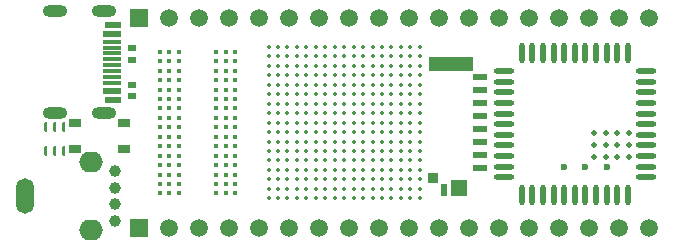
<source format=gts>
G04*
G04 #@! TF.GenerationSoftware,Altium Limited,Altium Designer,20.2.6 (244)*
G04*
G04 Layer_Color=8388736*
%FSLAX25Y25*%
%MOIN*%
G70*
G04*
G04 #@! TF.SameCoordinates,16F8584A-9F4C-4420-89FF-FEA793B533B6*
G04*
G04*
G04 #@! TF.FilePolarity,Negative*
G04*
G01*
G75*
%ADD14R,0.05706X0.02362*%
%ADD15R,0.05906X0.02362*%
%ADD16R,0.05906X0.01181*%
%ADD17C,0.01378*%
%ADD20C,0.02362*%
%ADD21O,0.01968X0.06890*%
%ADD22O,0.06890X0.01968*%
%ADD23R,0.02756X0.02362*%
%ADD24C,0.01614*%
G04:AMPARAMS|DCode=25|XSize=33.47mil|YSize=10mil|CornerRadius=2.5mil|HoleSize=0mil|Usage=FLASHONLY|Rotation=90.000|XOffset=0mil|YOffset=0mil|HoleType=Round|Shape=RoundedRectangle|*
%AMROUNDEDRECTD25*
21,1,0.03347,0.00500,0,0,90.0*
21,1,0.02847,0.01000,0,0,90.0*
1,1,0.00500,0.00250,0.01423*
1,1,0.00500,0.00250,-0.01423*
1,1,0.00500,-0.00250,-0.01423*
1,1,0.00500,-0.00250,0.01423*
%
%ADD25ROUNDEDRECTD25*%
%ADD26O,0.01000X0.03347*%
%ADD27R,0.04134X0.02559*%
%ADD28R,0.04921X0.02362*%
%ADD29R,0.14921X0.04724*%
%ADD30R,0.05512X0.05709*%
%ADD31R,0.02362X0.03937*%
%ADD32R,0.03347X0.03740*%
%ADD33O,0.08268X0.03937*%
%ADD34C,0.05906*%
%ADD35R,0.05906X0.05906*%
%ADD36O,0.05906X0.11811*%
%ADD37C,0.03937*%
%ADD38O,0.07874X0.06890*%
%ADD39C,0.01968*%
D14*
X438807Y350398D02*
D03*
Y325202D02*
D03*
D15*
X438707Y347249D02*
D03*
Y328351D02*
D03*
D16*
Y330910D02*
D03*
Y332879D02*
D03*
Y334847D02*
D03*
Y336816D02*
D03*
Y338784D02*
D03*
Y340753D02*
D03*
Y342721D02*
D03*
Y344690D02*
D03*
D17*
X506551Y305102D02*
D03*
X534898Y298802D02*
D03*
X531748D02*
D03*
X490803Y342897D02*
D03*
X493953D02*
D03*
X497102D02*
D03*
X500252D02*
D03*
X503402D02*
D03*
X506551D02*
D03*
X509701D02*
D03*
X512850D02*
D03*
X516000D02*
D03*
X519150D02*
D03*
X522299D02*
D03*
X525449D02*
D03*
X528598D02*
D03*
X531748D02*
D03*
X534898D02*
D03*
X538047D02*
D03*
X541197D02*
D03*
X490803Y339747D02*
D03*
X493953D02*
D03*
X497102D02*
D03*
X500252D02*
D03*
X503402D02*
D03*
X506551D02*
D03*
X509701D02*
D03*
X512850D02*
D03*
X516000D02*
D03*
X519150D02*
D03*
X522299D02*
D03*
X525449D02*
D03*
X528598D02*
D03*
X531748D02*
D03*
X534898D02*
D03*
X538047D02*
D03*
X541197D02*
D03*
X490803Y336598D02*
D03*
X493953D02*
D03*
X497102D02*
D03*
X500252D02*
D03*
X503402D02*
D03*
X506551D02*
D03*
X509701D02*
D03*
X512850D02*
D03*
X516000D02*
D03*
X519150D02*
D03*
X522299D02*
D03*
X525449D02*
D03*
X528598D02*
D03*
X531748D02*
D03*
X534898D02*
D03*
X538047D02*
D03*
X541197D02*
D03*
X490803Y333448D02*
D03*
X493953D02*
D03*
X497102D02*
D03*
X500252D02*
D03*
X503402D02*
D03*
X506551D02*
D03*
X509701D02*
D03*
X512850D02*
D03*
X516000D02*
D03*
X519150D02*
D03*
X522299D02*
D03*
X525449D02*
D03*
X528598D02*
D03*
X531748D02*
D03*
X534898D02*
D03*
X538047D02*
D03*
X541197D02*
D03*
X490803Y330298D02*
D03*
X493953D02*
D03*
X497102D02*
D03*
X500252D02*
D03*
X503402D02*
D03*
X506551D02*
D03*
X509701D02*
D03*
X512850D02*
D03*
X516000D02*
D03*
X519150D02*
D03*
X522299D02*
D03*
X525449D02*
D03*
X528598D02*
D03*
X531748D02*
D03*
X534898D02*
D03*
X538047D02*
D03*
X541197D02*
D03*
X490803Y327149D02*
D03*
X493953D02*
D03*
X497102D02*
D03*
X500252D02*
D03*
X503402D02*
D03*
X506551D02*
D03*
X509701D02*
D03*
X512850D02*
D03*
X516000D02*
D03*
X519150D02*
D03*
X522299D02*
D03*
X525449D02*
D03*
X528598D02*
D03*
X531748D02*
D03*
X534898D02*
D03*
X538047D02*
D03*
X541197D02*
D03*
X490803Y323999D02*
D03*
X493953D02*
D03*
X497102D02*
D03*
X500252D02*
D03*
X503402D02*
D03*
X506551D02*
D03*
X509701D02*
D03*
X512850D02*
D03*
X516000D02*
D03*
X519150D02*
D03*
X522299D02*
D03*
X525449D02*
D03*
X528598D02*
D03*
X531748D02*
D03*
X534898D02*
D03*
X538047D02*
D03*
X541197D02*
D03*
X490803Y320850D02*
D03*
X493953D02*
D03*
X497102D02*
D03*
X500252D02*
D03*
X503402D02*
D03*
X506551D02*
D03*
X509701D02*
D03*
X512850D02*
D03*
X516000D02*
D03*
X519150D02*
D03*
X522299D02*
D03*
X525449D02*
D03*
X528598D02*
D03*
X531748D02*
D03*
X534898D02*
D03*
X538047D02*
D03*
X541197D02*
D03*
X490803Y317700D02*
D03*
X493953D02*
D03*
X497102D02*
D03*
X500252D02*
D03*
X503402D02*
D03*
X506551D02*
D03*
X509701D02*
D03*
X512850D02*
D03*
X516000D02*
D03*
X519150D02*
D03*
X522299D02*
D03*
X525449D02*
D03*
X528598D02*
D03*
X531748D02*
D03*
X534898D02*
D03*
X538047D02*
D03*
X541197D02*
D03*
X490803Y314550D02*
D03*
X493953D02*
D03*
X497102D02*
D03*
X500252D02*
D03*
X503402D02*
D03*
X506551D02*
D03*
X509701D02*
D03*
X512850D02*
D03*
X516000D02*
D03*
X519150D02*
D03*
X522299D02*
D03*
X525449D02*
D03*
X528598D02*
D03*
X531748D02*
D03*
X534898D02*
D03*
X538047D02*
D03*
X541197D02*
D03*
X490803Y311401D02*
D03*
X493953D02*
D03*
X497102D02*
D03*
X500252D02*
D03*
X503402D02*
D03*
X506551D02*
D03*
X509701D02*
D03*
X512850D02*
D03*
X516000D02*
D03*
X519150D02*
D03*
X522299D02*
D03*
X525449D02*
D03*
X528598D02*
D03*
X531748D02*
D03*
X534898D02*
D03*
X538047D02*
D03*
X541197D02*
D03*
X490803Y308251D02*
D03*
X493953D02*
D03*
X497102D02*
D03*
X500252D02*
D03*
X503402D02*
D03*
X506551D02*
D03*
X509701D02*
D03*
X512850D02*
D03*
X516000D02*
D03*
X519150D02*
D03*
X522299D02*
D03*
X525449D02*
D03*
X528598D02*
D03*
X531748D02*
D03*
X534898D02*
D03*
X538047D02*
D03*
X541197D02*
D03*
X490803Y305102D02*
D03*
X493953D02*
D03*
X497102D02*
D03*
X500252D02*
D03*
X503402D02*
D03*
X509701D02*
D03*
X512850D02*
D03*
X516000D02*
D03*
X519150D02*
D03*
X522299D02*
D03*
X525449D02*
D03*
X528598D02*
D03*
X531748D02*
D03*
X534898D02*
D03*
X538047D02*
D03*
X541197D02*
D03*
X490803Y301952D02*
D03*
X493953D02*
D03*
X497102D02*
D03*
X500252D02*
D03*
X503402D02*
D03*
X506551D02*
D03*
X509701D02*
D03*
X512850D02*
D03*
X516000D02*
D03*
X519150D02*
D03*
X522299D02*
D03*
X525449D02*
D03*
X528598D02*
D03*
X531748D02*
D03*
X534898D02*
D03*
X538047D02*
D03*
X541197D02*
D03*
X490803Y298802D02*
D03*
X493953D02*
D03*
X497102D02*
D03*
X500252D02*
D03*
X503402D02*
D03*
X506551D02*
D03*
X509701D02*
D03*
X512850D02*
D03*
X516000D02*
D03*
X519150D02*
D03*
X522299D02*
D03*
X525449D02*
D03*
X528598D02*
D03*
X538047D02*
D03*
X541197D02*
D03*
X490803Y295653D02*
D03*
X493953D02*
D03*
X497102D02*
D03*
X500252D02*
D03*
X503402D02*
D03*
X506551D02*
D03*
X509701D02*
D03*
X512850D02*
D03*
X516000D02*
D03*
X519150D02*
D03*
X522299D02*
D03*
X525449D02*
D03*
X528598D02*
D03*
X531748D02*
D03*
X534898D02*
D03*
X538047D02*
D03*
X541197D02*
D03*
X490803Y292503D02*
D03*
X493953D02*
D03*
X497102D02*
D03*
X500252D02*
D03*
X503402D02*
D03*
X506551D02*
D03*
X509701D02*
D03*
X512850D02*
D03*
X516000D02*
D03*
X519150D02*
D03*
X522299D02*
D03*
X525449D02*
D03*
X528598D02*
D03*
X531748D02*
D03*
X534898D02*
D03*
X538047D02*
D03*
X541197D02*
D03*
D20*
X589357Y303027D02*
D03*
X596443D02*
D03*
X603530D02*
D03*
D21*
X610616Y293578D02*
D03*
X607073D02*
D03*
X603530D02*
D03*
X599987D02*
D03*
X596443D02*
D03*
X592900D02*
D03*
X589357D02*
D03*
X585813D02*
D03*
X582270D02*
D03*
X578727D02*
D03*
X575183D02*
D03*
Y340822D02*
D03*
X578727D02*
D03*
X582270D02*
D03*
X585813D02*
D03*
X589357D02*
D03*
X592900D02*
D03*
X596443D02*
D03*
X599987D02*
D03*
X603530D02*
D03*
X607073D02*
D03*
X610616D02*
D03*
D22*
X569278Y299483D02*
D03*
Y303027D02*
D03*
Y306570D02*
D03*
Y310113D02*
D03*
Y313657D02*
D03*
Y317200D02*
D03*
Y320743D02*
D03*
Y324287D02*
D03*
Y327830D02*
D03*
Y331373D02*
D03*
Y334916D02*
D03*
X616522D02*
D03*
Y331373D02*
D03*
Y327830D02*
D03*
Y324287D02*
D03*
Y320743D02*
D03*
Y317200D02*
D03*
Y313657D02*
D03*
Y310113D02*
D03*
Y306570D02*
D03*
Y303027D02*
D03*
Y299483D02*
D03*
D23*
X445300Y338732D02*
D03*
Y342669D02*
D03*
Y326431D02*
D03*
Y330368D02*
D03*
D24*
X454502Y341322D02*
D03*
X457651D02*
D03*
X460801D02*
D03*
X473399D02*
D03*
X476549D02*
D03*
X479698D02*
D03*
X454502Y338172D02*
D03*
X457651D02*
D03*
X460801D02*
D03*
X473399D02*
D03*
X476549D02*
D03*
X479698D02*
D03*
X454502Y335023D02*
D03*
X457651D02*
D03*
X460801D02*
D03*
X473399D02*
D03*
X476549D02*
D03*
X479698D02*
D03*
X454502Y331873D02*
D03*
X457651D02*
D03*
X460801D02*
D03*
X473399D02*
D03*
X476549D02*
D03*
X479698D02*
D03*
X454502Y328724D02*
D03*
X457651D02*
D03*
X460801D02*
D03*
X473399D02*
D03*
X476549D02*
D03*
X479698D02*
D03*
X454502Y325574D02*
D03*
X457651D02*
D03*
X460801D02*
D03*
X473399D02*
D03*
X476549D02*
D03*
X479698D02*
D03*
X454502Y322424D02*
D03*
X457651D02*
D03*
X460801D02*
D03*
X473399D02*
D03*
X476549D02*
D03*
X479698D02*
D03*
X454502Y319275D02*
D03*
X457651D02*
D03*
X460801D02*
D03*
X473399D02*
D03*
X476549D02*
D03*
X479698D02*
D03*
X454502Y316125D02*
D03*
X457651D02*
D03*
X460801D02*
D03*
X473399D02*
D03*
X476549D02*
D03*
X479698D02*
D03*
X454502Y312976D02*
D03*
X457651D02*
D03*
X460801D02*
D03*
X473399D02*
D03*
X476549D02*
D03*
X479698D02*
D03*
X454502Y309826D02*
D03*
X457651D02*
D03*
X460801D02*
D03*
X473399D02*
D03*
X476549D02*
D03*
X479698D02*
D03*
X454502Y306676D02*
D03*
X457651D02*
D03*
X460801D02*
D03*
X473399D02*
D03*
X476549D02*
D03*
X479698D02*
D03*
X454502Y303527D02*
D03*
X457651D02*
D03*
X460801D02*
D03*
X473399D02*
D03*
X476549D02*
D03*
X479698D02*
D03*
X454502Y300377D02*
D03*
X457651D02*
D03*
X460801D02*
D03*
X473399D02*
D03*
X476549D02*
D03*
X479698D02*
D03*
X454502Y297228D02*
D03*
X457651D02*
D03*
X460801D02*
D03*
X473399D02*
D03*
X476549D02*
D03*
X479698D02*
D03*
X454502Y294078D02*
D03*
X457651D02*
D03*
X460801D02*
D03*
X473399D02*
D03*
X476549D02*
D03*
X479698D02*
D03*
D25*
X416700Y308300D02*
D03*
D26*
X422700Y316300D02*
D03*
X419700D02*
D03*
X416700D02*
D03*
X419700Y308300D02*
D03*
X422700D02*
D03*
D27*
X442769Y309068D02*
D03*
X426431D02*
D03*
X442769Y317532D02*
D03*
X426431D02*
D03*
D28*
X561124Y302626D02*
D03*
Y306957D02*
D03*
Y311288D02*
D03*
Y315618D02*
D03*
Y319949D02*
D03*
Y324280D02*
D03*
Y328611D02*
D03*
Y332941D02*
D03*
D29*
X551576Y337370D02*
D03*
D30*
X554431Y296032D02*
D03*
D31*
X549411Y295146D02*
D03*
D32*
X545474Y299083D02*
D03*
D33*
X419731Y354808D02*
D03*
Y320792D02*
D03*
X436069D02*
D03*
Y354808D02*
D03*
D34*
X617500Y352500D02*
D03*
X607500D02*
D03*
X597500D02*
D03*
X587500D02*
D03*
X577500D02*
D03*
X567500D02*
D03*
X557500D02*
D03*
X547500D02*
D03*
X537500D02*
D03*
X527500D02*
D03*
X517500D02*
D03*
X507500D02*
D03*
X497500D02*
D03*
X487500D02*
D03*
X477500D02*
D03*
X467500D02*
D03*
X457500D02*
D03*
X617500Y282500D02*
D03*
X607500D02*
D03*
X597500D02*
D03*
X587500D02*
D03*
X577500D02*
D03*
X567500D02*
D03*
X557500D02*
D03*
X547500D02*
D03*
X537500D02*
D03*
X527500D02*
D03*
X517500D02*
D03*
X507500D02*
D03*
X497500D02*
D03*
X487500D02*
D03*
X477500D02*
D03*
X467500D02*
D03*
X457500D02*
D03*
D35*
X447500Y352500D02*
D03*
Y282500D02*
D03*
D36*
X409579Y293300D02*
D03*
D37*
X439500Y285032D02*
D03*
Y290544D02*
D03*
Y296056D02*
D03*
Y301568D02*
D03*
D38*
X431626Y304619D02*
D03*
Y281981D02*
D03*
D39*
X599194Y314237D02*
D03*
Y310300D02*
D03*
Y306363D02*
D03*
X603131Y314237D02*
D03*
Y310300D02*
D03*
Y306363D02*
D03*
X607068Y314237D02*
D03*
Y310300D02*
D03*
Y306363D02*
D03*
X611005Y314237D02*
D03*
Y310300D02*
D03*
Y306363D02*
D03*
M02*

</source>
